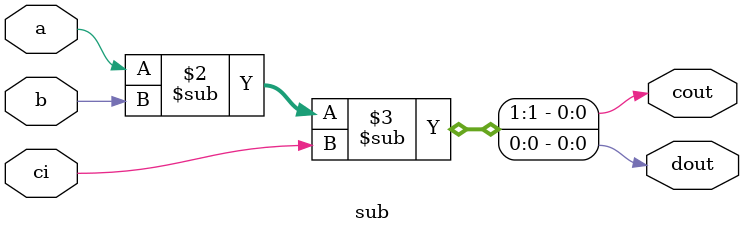
<source format=v>

module half_sub1(dout,cout,a,b);
    output dout,cout;       // 差位，是否借位
    input a,b;              // 被减数，减数
    reg dout,cout;

    /*  a   b   dout    cout 
        0   0   0       0
        0   1   1       1
        1   0   1       0
        1   1   0       0
    */
    always @(*) begin
        dout = a ^ b;
        cout = (~a) & b;
    end
endmodule

// 描述2
module half_sub2(dout,cout,a,b);
    output dout,cout;       // 差位，是否借位
    input a,b;              // 被减数，减数
    reg dout,cout;
    always @(*) begin
        {cout,dout} = a - b;
    end
endmodule

// 减法器 - 带借位
module sub(dout,cout,a,b,ci);
    output dout,cout;       // 差位，是否借位
    input a,b,ci;           // 被减数，减数，低位借位
    reg dout,cout;
    always @(*) begin
        {cout,dout} = a - b - ci;
    end
endmodule


</source>
